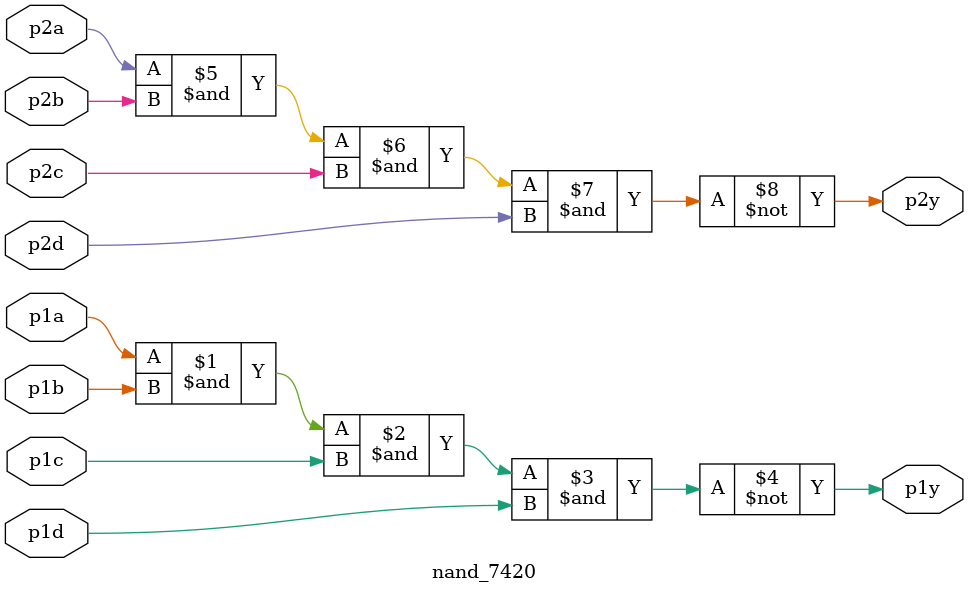
<source format=v>
module nand_7420 ( 
    input p1a, p1b, p1c, p1d,
    output p1y,
    input p2a, p2b, p2c, p2d,
    output p2y 
);

    assign p1y = ~(p1a & p1b & p1c & p1d);
    assign p2y = ~(p2a & p2b & p2c & p2d);
endmodule

</source>
